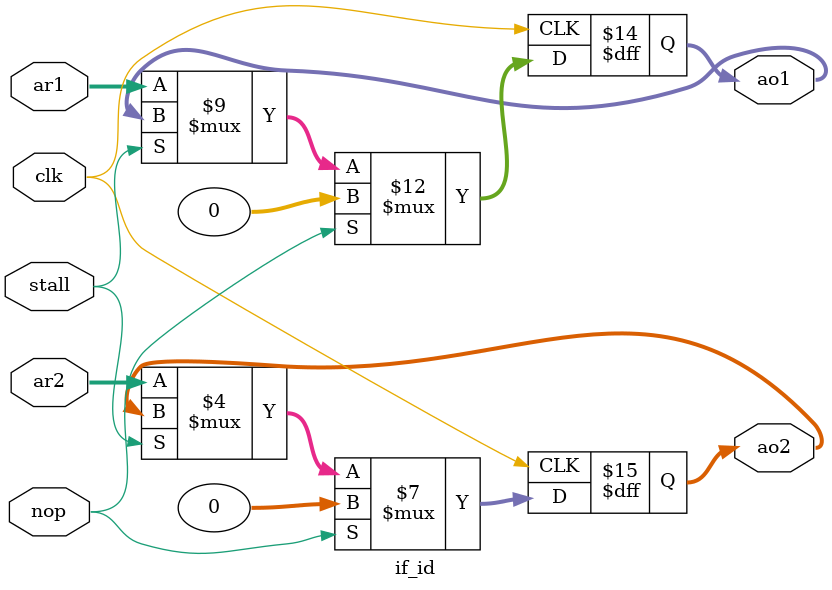
<source format=v>
module if_id(ar1,ar2,clk,ao1,ao2,nop,stall);
    input [31:0]ar1,ar2;
    input clk,nop,stall;
    output reg [31:0]ao1,ao2;

    always@ (posedge clk)
    begin
        if (nop == 1'b1) begin
            ao1 <= 32'b0;
            ao2 <= 32'b0;
        end
        else if (stall == 1'b0) begin
            ao1 <= ar1;
            ao2 <= ar2;
        end
    end
endmodule
</source>
